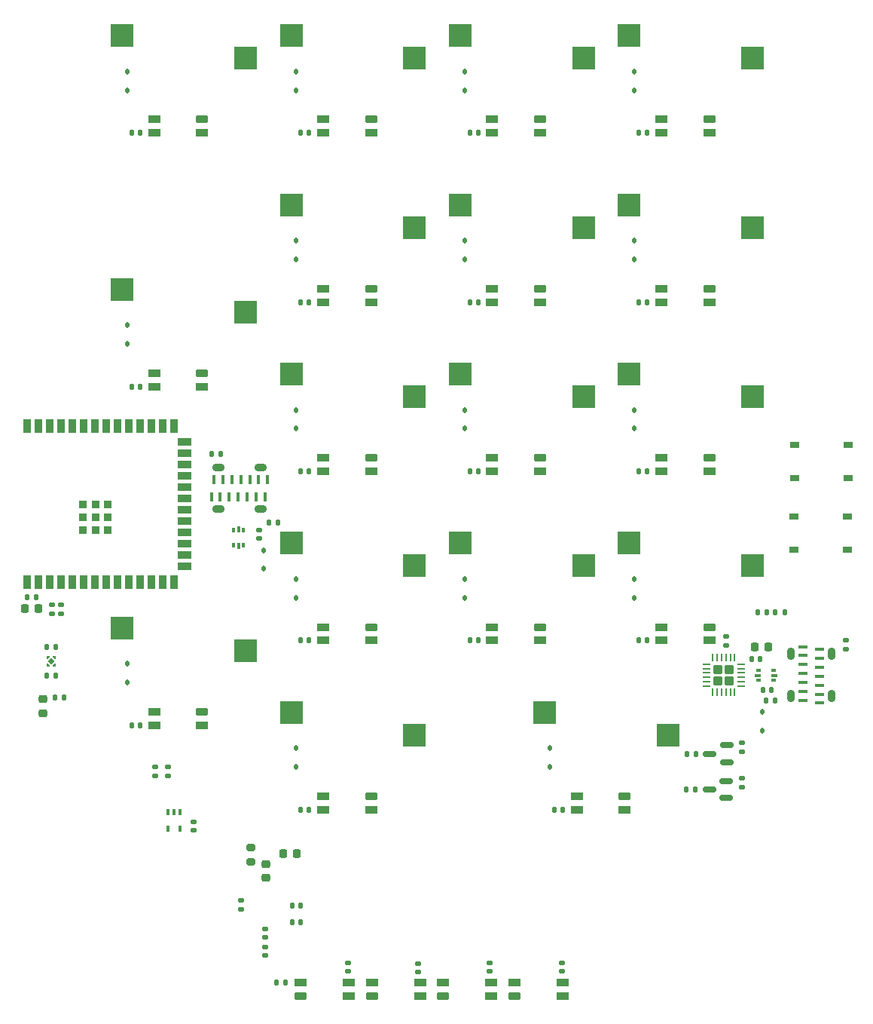
<source format=gtp>
%TF.GenerationSoftware,KiCad,Pcbnew,7.0.7-7.0.7~ubuntu20.04.1*%
%TF.CreationDate,2023-09-01T21:13:09-07:00*%
%TF.ProjectId,v2_controller,76325f63-6f6e-4747-926f-6c6c65722e6b,rev?*%
%TF.SameCoordinates,Original*%
%TF.FileFunction,Paste,Top*%
%TF.FilePolarity,Positive*%
%FSLAX46Y46*%
G04 Gerber Fmt 4.6, Leading zero omitted, Abs format (unit mm)*
G04 Created by KiCad (PCBNEW 7.0.7-7.0.7~ubuntu20.04.1) date 2023-09-01 21:13:09*
%MOMM*%
%LPD*%
G01*
G04 APERTURE LIST*
G04 Aperture macros list*
%AMRoundRect*
0 Rectangle with rounded corners*
0 $1 Rounding radius*
0 $2 $3 $4 $5 $6 $7 $8 $9 X,Y pos of 4 corners*
0 Add a 4 corners polygon primitive as box body*
4,1,4,$2,$3,$4,$5,$6,$7,$8,$9,$2,$3,0*
0 Add four circle primitives for the rounded corners*
1,1,$1+$1,$2,$3*
1,1,$1+$1,$4,$5*
1,1,$1+$1,$6,$7*
1,1,$1+$1,$8,$9*
0 Add four rect primitives between the rounded corners*
20,1,$1+$1,$2,$3,$4,$5,0*
20,1,$1+$1,$4,$5,$6,$7,0*
20,1,$1+$1,$6,$7,$8,$9,0*
20,1,$1+$1,$8,$9,$2,$3,0*%
%AMRotRect*
0 Rectangle, with rotation*
0 The origin of the aperture is its center*
0 $1 length*
0 $2 width*
0 $3 Rotation angle, in degrees counterclockwise*
0 Add horizontal line*
21,1,$1,$2,0,0,$3*%
%AMFreePoly0*
4,1,6,0.130000,0.115000,0.130000,-0.115000,-0.130000,-0.115000,-0.130000,0.275000,-0.020000,0.275000,0.130000,0.115000,0.130000,0.115000,$1*%
%AMFreePoly1*
4,1,6,0.130000,-0.115000,-0.130000,-0.115000,-0.130000,0.115000,0.020000,0.275000,0.130000,0.275000,0.130000,-0.115000,0.130000,-0.115000,$1*%
G04 Aperture macros list end*
%ADD10RoundRect,0.250000X0.275000X0.275000X-0.275000X0.275000X-0.275000X-0.275000X0.275000X-0.275000X0*%
%ADD11RoundRect,0.062500X0.350000X0.062500X-0.350000X0.062500X-0.350000X-0.062500X0.350000X-0.062500X0*%
%ADD12RoundRect,0.062500X0.062500X0.350000X-0.062500X0.350000X-0.062500X-0.350000X0.062500X-0.350000X0*%
%ADD13RoundRect,0.112500X-0.112500X0.187500X-0.112500X-0.187500X0.112500X-0.187500X0.112500X0.187500X0*%
%ADD14RoundRect,0.135000X0.135000X0.185000X-0.135000X0.185000X-0.135000X-0.185000X0.135000X-0.185000X0*%
%ADD15R,2.550000X2.500000*%
%ADD16R,0.320000X1.000000*%
%ADD17O,1.400000X0.900000*%
%ADD18RoundRect,0.140000X0.140000X0.170000X-0.140000X0.170000X-0.140000X-0.170000X0.140000X-0.170000X0*%
%ADD19R,1.400000X0.820000*%
%ADD20RoundRect,0.205000X-0.495000X-0.205000X0.495000X-0.205000X0.495000X0.205000X-0.495000X0.205000X0*%
%ADD21RoundRect,0.135000X0.185000X-0.135000X0.185000X0.135000X-0.185000X0.135000X-0.185000X-0.135000X0*%
%ADD22RoundRect,0.140000X-0.140000X-0.170000X0.140000X-0.170000X0.140000X0.170000X-0.140000X0.170000X0*%
%ADD23RoundRect,0.205000X0.495000X0.205000X-0.495000X0.205000X-0.495000X-0.205000X0.495000X-0.205000X0*%
%ADD24R,1.000000X0.320000*%
%ADD25O,0.900000X1.400000*%
%ADD26RoundRect,0.140000X-0.170000X0.140000X-0.170000X-0.140000X0.170000X-0.140000X0.170000X0.140000X0*%
%ADD27RoundRect,0.135000X-0.135000X-0.185000X0.135000X-0.185000X0.135000X0.185000X-0.135000X0.185000X0*%
%ADD28RoundRect,0.140000X0.170000X-0.140000X0.170000X0.140000X-0.170000X0.140000X-0.170000X-0.140000X0*%
%ADD29R,0.900000X1.500000*%
%ADD30R,1.500000X0.900000*%
%ADD31R,0.900000X0.900000*%
%ADD32R,0.400000X0.650000*%
%ADD33FreePoly0,180.000000*%
%ADD34FreePoly1,180.000000*%
%ADD35FreePoly0,0.000000*%
%ADD36FreePoly1,0.000000*%
%ADD37RotRect,0.520000X0.520000X45.000000*%
%ADD38RoundRect,0.225000X0.225000X0.250000X-0.225000X0.250000X-0.225000X-0.250000X0.225000X-0.250000X0*%
%ADD39RoundRect,0.150000X0.587500X0.150000X-0.587500X0.150000X-0.587500X-0.150000X0.587500X-0.150000X0*%
%ADD40RoundRect,0.218750X0.256250X-0.218750X0.256250X0.218750X-0.256250X0.218750X-0.256250X-0.218750X0*%
%ADD41RoundRect,0.112500X0.112500X-0.187500X0.112500X0.187500X-0.112500X0.187500X-0.112500X-0.187500X0*%
%ADD42R,0.500000X0.375000*%
%ADD43R,0.650000X0.300000*%
%ADD44RoundRect,0.135000X-0.185000X0.135000X-0.185000X-0.135000X0.185000X-0.135000X0.185000X0.135000X0*%
%ADD45R,1.000000X0.750000*%
%ADD46RoundRect,0.225000X0.250000X-0.225000X0.250000X0.225000X-0.250000X0.225000X-0.250000X-0.225000X0*%
%ADD47R,0.375000X0.500000*%
%ADD48R,0.300000X0.650000*%
%ADD49RoundRect,0.200000X0.275000X-0.200000X0.275000X0.200000X-0.275000X0.200000X-0.275000X-0.200000X0*%
G04 APERTURE END LIST*
D10*
%TO.C,U7*%
X123471000Y-115378000D03*
X123471000Y-114078000D03*
X122171000Y-115378000D03*
X122171000Y-114078000D03*
D11*
X124758500Y-115978000D03*
X124758500Y-115478000D03*
X124758500Y-114978000D03*
X124758500Y-114478000D03*
X124758500Y-113978000D03*
X124758500Y-113478000D03*
D12*
X124071000Y-112790500D03*
X123571000Y-112790500D03*
X123071000Y-112790500D03*
X122571000Y-112790500D03*
X122071000Y-112790500D03*
X121571000Y-112790500D03*
D11*
X120883500Y-113478000D03*
X120883500Y-113978000D03*
X120883500Y-114478000D03*
X120883500Y-114978000D03*
X120883500Y-115478000D03*
X120883500Y-115978000D03*
D12*
X121571000Y-116665500D03*
X122071000Y-116665500D03*
X122571000Y-116665500D03*
X123071000Y-116665500D03*
X123571000Y-116665500D03*
X124071000Y-116665500D03*
%TD*%
D13*
%TO.C,D34*%
X112750000Y-46950000D03*
X112750000Y-49050000D03*
%TD*%
D14*
%TO.C,R8*%
X66251000Y-89856000D03*
X65231000Y-89856000D03*
%TD*%
D15*
%TO.C,SW10*%
X126060000Y-64460000D03*
X112210000Y-61920000D03*
%TD*%
D16*
%TO.C,J1*%
X65560000Y-92800000D03*
X66560000Y-92800000D03*
X67560000Y-92800000D03*
X68560000Y-92800000D03*
X69560000Y-92800000D03*
X70560000Y-92800000D03*
X71560000Y-92800000D03*
X71240000Y-94700000D03*
X70240000Y-94700000D03*
X69240000Y-94700000D03*
X68240000Y-94700000D03*
X67240000Y-94700000D03*
X66240000Y-94700000D03*
X65240000Y-94700000D03*
D17*
X66030000Y-96070000D03*
X70770000Y-96070000D03*
X66030000Y-91430000D03*
X70770000Y-91430000D03*
%TD*%
D18*
%TO.C,C3*%
X45522000Y-106001000D03*
X44562000Y-106001000D03*
%TD*%
D19*
%TO.C,D41*%
X104700000Y-149250000D03*
X104700000Y-150750000D03*
D20*
X99300000Y-150750000D03*
D19*
X99300000Y-149250000D03*
%TD*%
D21*
%TO.C,R3*%
X60400000Y-126010000D03*
X60400000Y-124990000D03*
%TD*%
D22*
%TO.C,C29*%
X75270000Y-72830000D03*
X76230000Y-72830000D03*
%TD*%
D15*
%TO.C,SW17*%
X69060000Y-45460000D03*
X55210000Y-42920000D03*
%TD*%
D19*
%TO.C,D39*%
X88700000Y-149250000D03*
X88700000Y-150750000D03*
D20*
X83300000Y-150750000D03*
D19*
X83300000Y-149250000D03*
%TD*%
D21*
%TO.C,R11*%
X136548000Y-111794000D03*
X136548000Y-110774000D03*
%TD*%
D19*
%TO.C,D17*%
X58800000Y-53830000D03*
X58800000Y-52330000D03*
D23*
X64200000Y-52330000D03*
D19*
X64200000Y-53830000D03*
%TD*%
D24*
%TO.C,J2*%
X131722000Y-117538000D03*
X131722000Y-116538000D03*
X131722000Y-115538000D03*
X131722000Y-114538000D03*
X131722000Y-113538000D03*
X131722000Y-112538000D03*
X131722000Y-111538000D03*
X133622000Y-111858000D03*
X133622000Y-112858000D03*
X133622000Y-113858000D03*
X133622000Y-114858000D03*
X133622000Y-115858000D03*
X133622000Y-116858000D03*
X133622000Y-117858000D03*
D25*
X134992000Y-117068000D03*
X134992000Y-112328000D03*
X130352000Y-117068000D03*
X130352000Y-112328000D03*
%TD*%
D15*
%TO.C,SW14*%
X126060000Y-45460000D03*
X112210000Y-42920000D03*
%TD*%
D19*
%TO.C,D8*%
X96800000Y-91830000D03*
X96800000Y-90330000D03*
D23*
X102200000Y-90330000D03*
D19*
X102200000Y-91830000D03*
%TD*%
D26*
%TO.C,C38*%
X80600000Y-147020000D03*
X80600000Y-147980000D03*
%TD*%
D13*
%TO.C,D33*%
X55750000Y-75450000D03*
X55750000Y-77550000D03*
%TD*%
D27*
%TO.C,R9*%
X71708000Y-97603000D03*
X72728000Y-97603000D03*
%TD*%
D22*
%TO.C,C20*%
X113270000Y-72830000D03*
X114230000Y-72830000D03*
%TD*%
D28*
%TO.C,C10*%
X63200000Y-132180000D03*
X63200000Y-131220000D03*
%TD*%
D13*
%TO.C,D21*%
X103250000Y-122950000D03*
X103250000Y-125050000D03*
%TD*%
D19*
%TO.C,D7*%
X115800000Y-91830000D03*
X115800000Y-90330000D03*
D23*
X121200000Y-90330000D03*
D19*
X121200000Y-91830000D03*
%TD*%
%TO.C,D12*%
X77800000Y-72830000D03*
X77800000Y-71330000D03*
D23*
X83200000Y-71330000D03*
D19*
X83200000Y-72830000D03*
%TD*%
D29*
%TO.C,U1*%
X44490000Y-104250000D03*
X45760000Y-104250000D03*
X47030000Y-104250000D03*
X48300000Y-104250000D03*
X49570000Y-104250000D03*
X50840000Y-104250000D03*
X52110000Y-104250000D03*
X53380000Y-104250000D03*
X54650000Y-104250000D03*
X55920000Y-104250000D03*
X57190000Y-104250000D03*
X58460000Y-104250000D03*
X59730000Y-104250000D03*
X61000000Y-104250000D03*
D30*
X62250000Y-102485000D03*
X62250000Y-101215000D03*
X62250000Y-99945000D03*
X62250000Y-98675000D03*
X62250000Y-97405000D03*
X62250000Y-96135000D03*
X62250000Y-94865000D03*
X62250000Y-93595000D03*
X62250000Y-92325000D03*
X62250000Y-91055000D03*
X62250000Y-89785000D03*
X62250000Y-88515000D03*
D29*
X61000000Y-86750000D03*
X59730000Y-86750000D03*
X58460000Y-86750000D03*
X57190000Y-86750000D03*
X55920000Y-86750000D03*
X54650000Y-86750000D03*
X53380000Y-86750000D03*
X52110000Y-86750000D03*
X50840000Y-86750000D03*
X49570000Y-86750000D03*
X48300000Y-86750000D03*
X47030000Y-86750000D03*
X45760000Y-86750000D03*
X44490000Y-86750000D03*
D31*
X50810000Y-98400000D03*
X52210000Y-98400000D03*
X53610000Y-98400000D03*
X53610000Y-98400000D03*
X50810000Y-97000000D03*
X50810000Y-97000000D03*
X52210000Y-97000000D03*
X53610000Y-97000000D03*
X50810000Y-95600000D03*
X52210000Y-95600000D03*
X53610000Y-95600000D03*
%TD*%
D27*
%TO.C,R6*%
X118662000Y-123558000D03*
X119682000Y-123558000D03*
%TD*%
D15*
%TO.C,SW7*%
X126060000Y-83460000D03*
X112210000Y-80920000D03*
%TD*%
D22*
%TO.C,C25*%
X94270000Y-72830000D03*
X95230000Y-72830000D03*
%TD*%
D27*
%TO.C,R7*%
X118590000Y-127600000D03*
X119610000Y-127600000D03*
%TD*%
D22*
%TO.C,C24*%
X94270000Y-53830000D03*
X95230000Y-53830000D03*
%TD*%
D18*
%TO.C,C11*%
X47724000Y-114757000D03*
X46764000Y-114757000D03*
%TD*%
D19*
%TO.C,D38*%
X80700000Y-149250000D03*
X80700000Y-150750000D03*
D20*
X75300000Y-150750000D03*
D19*
X75300000Y-149250000D03*
%TD*%
D22*
%TO.C,C26*%
X94270000Y-91830000D03*
X95230000Y-91830000D03*
%TD*%
%TO.C,C21*%
X113270000Y-91830000D03*
X114230000Y-91830000D03*
%TD*%
D13*
%TO.C,D37*%
X55750000Y-46950000D03*
X55750000Y-49050000D03*
%TD*%
D22*
%TO.C,C32*%
X75270000Y-129829999D03*
X76230000Y-129829999D03*
%TD*%
D26*
%TO.C,C39*%
X88500000Y-147120000D03*
X88500000Y-148080000D03*
%TD*%
D32*
%TO.C,U3*%
X61694000Y-130070000D03*
X61044000Y-130070000D03*
X60394000Y-130070000D03*
X60394000Y-131970000D03*
X61694000Y-131970000D03*
%TD*%
D22*
%TO.C,C16*%
X127239000Y-116415000D03*
X128199000Y-116415000D03*
%TD*%
D21*
%TO.C,R17*%
X68605000Y-141020000D03*
X68605000Y-140000000D03*
%TD*%
D15*
%TO.C,SW15*%
X107060000Y-45460000D03*
X93210000Y-42920000D03*
%TD*%
D13*
%TO.C,D32*%
X74750000Y-65950000D03*
X74750000Y-68050000D03*
%TD*%
D19*
%TO.C,D15*%
X96800000Y-53830000D03*
X96800000Y-52330000D03*
D23*
X102200000Y-52330000D03*
D19*
X102200000Y-53830000D03*
%TD*%
D13*
%TO.C,D25*%
X74750000Y-103950000D03*
X74750000Y-106050000D03*
%TD*%
D33*
%TO.C,U4*%
X47569000Y-112672000D03*
D34*
X46919000Y-112672000D03*
D35*
X46919000Y-113642000D03*
D36*
X47569000Y-113642000D03*
D37*
X47244000Y-113157000D03*
%TD*%
D19*
%TO.C,D9*%
X77800000Y-91830000D03*
X77800000Y-90330000D03*
D23*
X83200000Y-90330000D03*
D19*
X83200000Y-91830000D03*
%TD*%
D22*
%TO.C,C22*%
X113270000Y-110830000D03*
X114230000Y-110830000D03*
%TD*%
D14*
%TO.C,R10*%
X128610000Y-117558000D03*
X127590000Y-117558000D03*
%TD*%
D19*
%TO.C,D2*%
X77800000Y-129829999D03*
X77800000Y-128329999D03*
D23*
X83200000Y-128329999D03*
D19*
X83200000Y-129829999D03*
%TD*%
D13*
%TO.C,D23*%
X112750000Y-103950000D03*
X112750000Y-106050000D03*
%TD*%
D15*
%TO.C,SW13*%
X69060000Y-73960000D03*
X55210000Y-71420000D03*
%TD*%
D38*
%TO.C,C2*%
X45817000Y-107271000D03*
X44267000Y-107271000D03*
%TD*%
D39*
%TO.C,Q2*%
X123137500Y-128500000D03*
X123137500Y-126600000D03*
X121262500Y-127550000D03*
%TD*%
D18*
%TO.C,C4*%
X75280000Y-140600000D03*
X74320000Y-140600000D03*
%TD*%
D38*
%TO.C,C17*%
X127859000Y-111538000D03*
X126309000Y-111538000D03*
%TD*%
D13*
%TO.C,D30*%
X112750000Y-65950000D03*
X112750000Y-68050000D03*
%TD*%
D22*
%TO.C,C19*%
X113270000Y-53830000D03*
X114230000Y-53830000D03*
%TD*%
D13*
%TO.C,D27*%
X112750000Y-84950000D03*
X112750000Y-87050000D03*
%TD*%
D40*
%TO.C,D20*%
X46300000Y-118987500D03*
X46300000Y-117412500D03*
%TD*%
D14*
%TO.C,R13*%
X129660000Y-107652000D03*
X128640000Y-107652000D03*
%TD*%
D21*
%TO.C,R2*%
X58900000Y-126010000D03*
X58900000Y-124990000D03*
%TD*%
D41*
%TO.C,D19*%
X127200000Y-120950000D03*
X127200000Y-118850000D03*
%TD*%
D42*
%TO.C,U6*%
X128442000Y-115280000D03*
D43*
X128517000Y-114742500D03*
D42*
X128442000Y-114205000D03*
X126742000Y-114205000D03*
D43*
X126667000Y-114742500D03*
D42*
X126742000Y-115280000D03*
%TD*%
D39*
%TO.C,Q1*%
X123147000Y-124500000D03*
X123147000Y-122600000D03*
X121272000Y-123550000D03*
%TD*%
D15*
%TO.C,SW1*%
X116560000Y-121460000D03*
X102710000Y-118920000D03*
%TD*%
D21*
%TO.C,R15*%
X123113000Y-111416000D03*
X123113000Y-110396000D03*
%TD*%
D28*
%TO.C,C15*%
X70600000Y-99380000D03*
X70600000Y-98420000D03*
%TD*%
D15*
%TO.C,SW4*%
X107060000Y-102460000D03*
X93210000Y-99920000D03*
%TD*%
D13*
%TO.C,D22*%
X74750000Y-122950000D03*
X74750000Y-125050000D03*
%TD*%
D26*
%TO.C,C36*%
X96500000Y-147020000D03*
X96500000Y-147980000D03*
%TD*%
D22*
%TO.C,C31*%
X75270000Y-110830000D03*
X76230000Y-110830000D03*
%TD*%
%TO.C,C28*%
X75270000Y-53830000D03*
X76230000Y-53830000D03*
%TD*%
D44*
%TO.C,R5*%
X124900000Y-126290000D03*
X124900000Y-127310000D03*
%TD*%
D27*
%TO.C,R16*%
X72580000Y-149200000D03*
X73600000Y-149200000D03*
%TD*%
D38*
%TO.C,C6*%
X74875000Y-134800000D03*
X73325000Y-134800000D03*
%TD*%
D15*
%TO.C,SW16*%
X88060000Y-45460000D03*
X74210000Y-42920000D03*
%TD*%
%TO.C,SW8*%
X107060000Y-83460000D03*
X93210000Y-80920000D03*
%TD*%
D19*
%TO.C,D13*%
X58800000Y-82330000D03*
X58800000Y-80830000D03*
D23*
X64200000Y-80830000D03*
D19*
X64200000Y-82330000D03*
%TD*%
D15*
%TO.C,SW9*%
X88060000Y-83460000D03*
X74210000Y-80920000D03*
%TD*%
D45*
%TO.C,SW19*%
X130700000Y-96900000D03*
X136700000Y-96900000D03*
X130700000Y-100650000D03*
X136700000Y-100650000D03*
%TD*%
D22*
%TO.C,C35*%
X56270000Y-120330000D03*
X57230000Y-120330000D03*
%TD*%
D13*
%TO.C,D29*%
X74750000Y-84950000D03*
X74750000Y-87050000D03*
%TD*%
D22*
%TO.C,C33*%
X56270000Y-53830000D03*
X57230000Y-53830000D03*
%TD*%
D15*
%TO.C,SW11*%
X107060000Y-64460000D03*
X93210000Y-61920000D03*
%TD*%
D44*
%TO.C,R4*%
X124900000Y-122290000D03*
X124900000Y-123310000D03*
%TD*%
D21*
%TO.C,R1*%
X47284000Y-107832000D03*
X47284000Y-106812000D03*
%TD*%
D19*
%TO.C,D6*%
X58800000Y-120330000D03*
X58800000Y-118830000D03*
D23*
X64200000Y-118830000D03*
D19*
X64200000Y-120330000D03*
%TD*%
D22*
%TO.C,C30*%
X75270000Y-91830000D03*
X76230000Y-91830000D03*
%TD*%
D13*
%TO.C,D36*%
X74750000Y-46950000D03*
X74750000Y-49050000D03*
%TD*%
D19*
%TO.C,D10*%
X115800000Y-72830000D03*
X115800000Y-71330000D03*
D23*
X121200000Y-71330000D03*
D19*
X121200000Y-72830000D03*
%TD*%
%TO.C,D1*%
X106300000Y-129829999D03*
X106300000Y-128329999D03*
D23*
X111700000Y-128329999D03*
D19*
X111700000Y-129829999D03*
%TD*%
%TO.C,D14*%
X115800000Y-53830000D03*
X115800000Y-52330000D03*
D23*
X121200000Y-52330000D03*
D19*
X121200000Y-53830000D03*
%TD*%
%TO.C,D11*%
X96800000Y-72830000D03*
X96800000Y-71330000D03*
D23*
X102200000Y-71330000D03*
D19*
X102200000Y-72830000D03*
%TD*%
%TO.C,D16*%
X77800000Y-53830000D03*
X77800000Y-52330000D03*
D23*
X83200000Y-52330000D03*
D19*
X83200000Y-53830000D03*
%TD*%
D13*
%TO.C,D28*%
X93750000Y-84950000D03*
X93750000Y-87050000D03*
%TD*%
D19*
%TO.C,D4*%
X96800000Y-110830000D03*
X96800000Y-109330000D03*
D23*
X102200000Y-109330000D03*
D19*
X102200000Y-110830000D03*
%TD*%
D13*
%TO.C,D35*%
X93750000Y-46950000D03*
X93750000Y-49050000D03*
%TD*%
D22*
%TO.C,C23*%
X103770000Y-129829999D03*
X104730000Y-129829999D03*
%TD*%
D45*
%TO.C,SW18*%
X136800000Y-92600000D03*
X130800000Y-92600000D03*
X136800000Y-88850000D03*
X130800000Y-88850000D03*
%TD*%
D46*
%TO.C,C7*%
X71400000Y-137475000D03*
X71400000Y-135925000D03*
%TD*%
D13*
%TO.C,D24*%
X93750000Y-103950000D03*
X93750000Y-106050000D03*
%TD*%
D18*
%TO.C,C5*%
X75280000Y-142500000D03*
X74320000Y-142500000D03*
%TD*%
D26*
%TO.C,C9*%
X71300000Y-145252000D03*
X71300000Y-146212000D03*
%TD*%
D47*
%TO.C,U5*%
X68818500Y-98454800D03*
D48*
X68281000Y-98379800D03*
D47*
X67743500Y-98454800D03*
X67743500Y-100154800D03*
D48*
X68281000Y-100229800D03*
D47*
X68818500Y-100154800D03*
%TD*%
D41*
%TO.C,D18*%
X71100000Y-102800000D03*
X71100000Y-100700000D03*
%TD*%
D15*
%TO.C,SW3*%
X126060000Y-102460000D03*
X112210000Y-99920000D03*
%TD*%
D13*
%TO.C,D31*%
X93750000Y-65950000D03*
X93750000Y-68050000D03*
%TD*%
D26*
%TO.C,C37*%
X104600000Y-147020000D03*
X104600000Y-147980000D03*
%TD*%
D49*
%TO.C,R18*%
X69700000Y-135725000D03*
X69700000Y-134075000D03*
%TD*%
D15*
%TO.C,SW6*%
X69060000Y-111960000D03*
X55210000Y-109420000D03*
%TD*%
%TO.C,SW5*%
X88060000Y-102460000D03*
X74210000Y-99920000D03*
%TD*%
D22*
%TO.C,C27*%
X94270000Y-110830000D03*
X95230000Y-110830000D03*
%TD*%
D14*
%TO.C,R14*%
X127660000Y-107652000D03*
X126640000Y-107652000D03*
%TD*%
D15*
%TO.C,SW2*%
X88060000Y-121460000D03*
X74210000Y-118920000D03*
%TD*%
D22*
%TO.C,C34*%
X56270000Y-82330000D03*
X57230000Y-82330000D03*
%TD*%
D15*
%TO.C,SW12*%
X88060000Y-64460000D03*
X74210000Y-61920000D03*
%TD*%
D26*
%TO.C,C1*%
X48300000Y-106840000D03*
X48300000Y-107800000D03*
%TD*%
D19*
%TO.C,D5*%
X77800000Y-110830000D03*
X77800000Y-109330000D03*
D23*
X83200000Y-109330000D03*
D19*
X83200000Y-110830000D03*
%TD*%
%TO.C,D3*%
X115800000Y-110830000D03*
X115800000Y-109330000D03*
D23*
X121200000Y-109330000D03*
D19*
X121200000Y-110830000D03*
%TD*%
D13*
%TO.C,D26*%
X55750000Y-113450000D03*
X55750000Y-115550000D03*
%TD*%
D19*
%TO.C,D40*%
X96700000Y-149250000D03*
X96700000Y-150750000D03*
D20*
X91300000Y-150750000D03*
D19*
X91300000Y-149250000D03*
%TD*%
D27*
%TO.C,R12*%
X47690000Y-117200000D03*
X48710000Y-117200000D03*
%TD*%
D18*
%TO.C,C18*%
X126929000Y-112935000D03*
X125969000Y-112935000D03*
%TD*%
D26*
%TO.C,C8*%
X71300000Y-143220000D03*
X71300000Y-144180000D03*
%TD*%
D18*
%TO.C,C12*%
X47724000Y-111557000D03*
X46764000Y-111557000D03*
%TD*%
M02*

</source>
